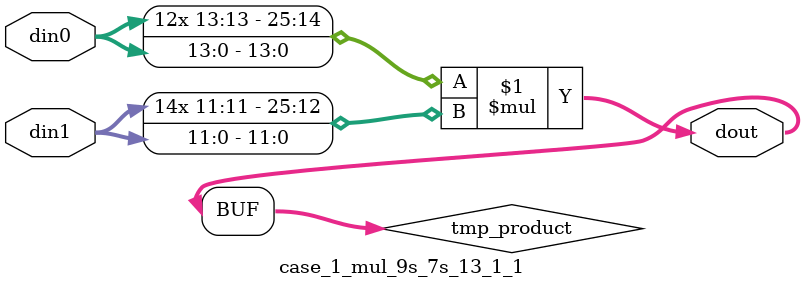
<source format=v>

`timescale 1 ns / 1 ps

 module case_1_mul_9s_7s_13_1_1(din0, din1, dout);
parameter ID = 1;
parameter NUM_STAGE = 0;
parameter din0_WIDTH = 14;
parameter din1_WIDTH = 12;
parameter dout_WIDTH = 26;

input [din0_WIDTH - 1 : 0] din0; 
input [din1_WIDTH - 1 : 0] din1; 
output [dout_WIDTH - 1 : 0] dout;

wire signed [dout_WIDTH - 1 : 0] tmp_product;



























assign tmp_product = $signed(din0) * $signed(din1);








assign dout = tmp_product;





















endmodule

</source>
